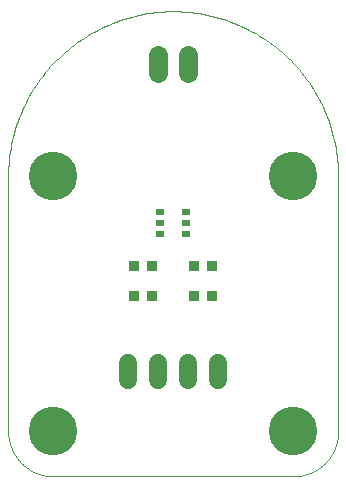
<source format=gts>
G75*
%MOIN*%
%OFA0B0*%
%FSLAX25Y25*%
%IPPOS*%
%LPD*%
%AMOC8*
5,1,8,0,0,1.08239X$1,22.5*
%
%ADD10C,0.06400*%
%ADD11R,0.02959X0.02093*%
%ADD12C,0.05943*%
%ADD13C,0.00000*%
%ADD14C,0.16211*%
%ADD15R,0.03550X0.03550*%
D10*
X0056800Y0153506D02*
X0056800Y0159506D01*
X0066800Y0159506D02*
X0066800Y0153506D01*
D11*
X0066170Y0107116D03*
X0066170Y0103376D03*
X0066170Y0099636D03*
X0057509Y0099636D03*
X0057509Y0103376D03*
X0057509Y0107116D03*
D12*
X0056800Y0056778D02*
X0056800Y0051234D01*
X0046800Y0051234D02*
X0046800Y0056778D01*
X0066800Y0056778D02*
X0066800Y0051234D01*
X0076800Y0051234D02*
X0076800Y0056778D01*
D13*
X0101800Y0019006D02*
X0021800Y0019006D01*
X0021438Y0019010D01*
X0021075Y0019024D01*
X0020713Y0019045D01*
X0020352Y0019076D01*
X0019992Y0019115D01*
X0019633Y0019163D01*
X0019275Y0019220D01*
X0018918Y0019285D01*
X0018563Y0019359D01*
X0018210Y0019442D01*
X0017859Y0019533D01*
X0017511Y0019632D01*
X0017165Y0019740D01*
X0016821Y0019856D01*
X0016481Y0019981D01*
X0016144Y0020113D01*
X0015810Y0020254D01*
X0015479Y0020403D01*
X0015152Y0020560D01*
X0014829Y0020724D01*
X0014510Y0020896D01*
X0014196Y0021076D01*
X0013885Y0021264D01*
X0013580Y0021459D01*
X0013279Y0021661D01*
X0012983Y0021871D01*
X0012693Y0022087D01*
X0012407Y0022311D01*
X0012127Y0022541D01*
X0011853Y0022778D01*
X0011585Y0023022D01*
X0011322Y0023272D01*
X0011066Y0023528D01*
X0010816Y0023791D01*
X0010572Y0024059D01*
X0010335Y0024333D01*
X0010105Y0024613D01*
X0009881Y0024899D01*
X0009665Y0025189D01*
X0009455Y0025485D01*
X0009253Y0025786D01*
X0009058Y0026091D01*
X0008870Y0026402D01*
X0008690Y0026716D01*
X0008518Y0027035D01*
X0008354Y0027358D01*
X0008197Y0027685D01*
X0008048Y0028016D01*
X0007907Y0028350D01*
X0007775Y0028687D01*
X0007650Y0029027D01*
X0007534Y0029371D01*
X0007426Y0029717D01*
X0007327Y0030065D01*
X0007236Y0030416D01*
X0007153Y0030769D01*
X0007079Y0031124D01*
X0007014Y0031481D01*
X0006957Y0031839D01*
X0006909Y0032198D01*
X0006870Y0032558D01*
X0006839Y0032919D01*
X0006818Y0033281D01*
X0006804Y0033644D01*
X0006800Y0034006D01*
X0006800Y0119006D01*
X0006816Y0120345D01*
X0006865Y0121684D01*
X0006947Y0123021D01*
X0007061Y0124355D01*
X0007207Y0125687D01*
X0007386Y0127014D01*
X0007597Y0128337D01*
X0007841Y0129654D01*
X0008116Y0130965D01*
X0008423Y0132268D01*
X0008762Y0133564D01*
X0009132Y0134851D01*
X0009533Y0136129D01*
X0009966Y0137397D01*
X0010429Y0138654D01*
X0010923Y0139899D01*
X0011447Y0141132D01*
X0012000Y0142351D01*
X0012584Y0143557D01*
X0013196Y0144748D01*
X0013837Y0145924D01*
X0014507Y0147084D01*
X0015205Y0148227D01*
X0015930Y0149353D01*
X0016683Y0150461D01*
X0017462Y0151551D01*
X0018268Y0152621D01*
X0019099Y0153671D01*
X0019956Y0154700D01*
X0020838Y0155709D01*
X0021743Y0156695D01*
X0022673Y0157659D01*
X0023626Y0158601D01*
X0024601Y0159519D01*
X0025599Y0160412D01*
X0026618Y0161282D01*
X0027658Y0162126D01*
X0028718Y0162944D01*
X0029798Y0163737D01*
X0030896Y0164503D01*
X0032014Y0165242D01*
X0033148Y0165954D01*
X0034300Y0166637D01*
X0035468Y0167293D01*
X0036652Y0167920D01*
X0037850Y0168518D01*
X0039063Y0169086D01*
X0040289Y0169625D01*
X0041528Y0170134D01*
X0042779Y0170612D01*
X0044042Y0171060D01*
X0045314Y0171477D01*
X0046597Y0171863D01*
X0047889Y0172218D01*
X0049189Y0172541D01*
X0050496Y0172832D01*
X0051810Y0173091D01*
X0053130Y0173318D01*
X0054455Y0173513D01*
X0055785Y0173676D01*
X0057118Y0173806D01*
X0058453Y0173904D01*
X0059791Y0173969D01*
X0061130Y0174002D01*
X0062470Y0174002D01*
X0063809Y0173969D01*
X0065147Y0173904D01*
X0066482Y0173806D01*
X0067815Y0173676D01*
X0069145Y0173513D01*
X0070470Y0173318D01*
X0071790Y0173091D01*
X0073104Y0172832D01*
X0074411Y0172541D01*
X0075711Y0172218D01*
X0077003Y0171863D01*
X0078286Y0171477D01*
X0079558Y0171060D01*
X0080821Y0170612D01*
X0082072Y0170134D01*
X0083311Y0169625D01*
X0084537Y0169086D01*
X0085750Y0168518D01*
X0086948Y0167920D01*
X0088132Y0167293D01*
X0089300Y0166637D01*
X0090452Y0165954D01*
X0091586Y0165242D01*
X0092704Y0164503D01*
X0093802Y0163737D01*
X0094882Y0162944D01*
X0095942Y0162126D01*
X0096982Y0161282D01*
X0098001Y0160412D01*
X0098999Y0159519D01*
X0099974Y0158601D01*
X0100927Y0157659D01*
X0101857Y0156695D01*
X0102762Y0155709D01*
X0103644Y0154700D01*
X0104501Y0153671D01*
X0105332Y0152621D01*
X0106138Y0151551D01*
X0106917Y0150461D01*
X0107670Y0149353D01*
X0108395Y0148227D01*
X0109093Y0147084D01*
X0109763Y0145924D01*
X0110404Y0144748D01*
X0111016Y0143557D01*
X0111600Y0142351D01*
X0112153Y0141132D01*
X0112677Y0139899D01*
X0113171Y0138654D01*
X0113634Y0137397D01*
X0114067Y0136129D01*
X0114468Y0134851D01*
X0114838Y0133564D01*
X0115177Y0132268D01*
X0115484Y0130965D01*
X0115759Y0129654D01*
X0116003Y0128337D01*
X0116214Y0127014D01*
X0116393Y0125687D01*
X0116539Y0124355D01*
X0116653Y0123021D01*
X0116735Y0121684D01*
X0116784Y0120345D01*
X0116800Y0119006D01*
X0116800Y0034006D01*
X0116796Y0033644D01*
X0116782Y0033281D01*
X0116761Y0032919D01*
X0116730Y0032558D01*
X0116691Y0032198D01*
X0116643Y0031839D01*
X0116586Y0031481D01*
X0116521Y0031124D01*
X0116447Y0030769D01*
X0116364Y0030416D01*
X0116273Y0030065D01*
X0116174Y0029717D01*
X0116066Y0029371D01*
X0115950Y0029027D01*
X0115825Y0028687D01*
X0115693Y0028350D01*
X0115552Y0028016D01*
X0115403Y0027685D01*
X0115246Y0027358D01*
X0115082Y0027035D01*
X0114910Y0026716D01*
X0114730Y0026402D01*
X0114542Y0026091D01*
X0114347Y0025786D01*
X0114145Y0025485D01*
X0113935Y0025189D01*
X0113719Y0024899D01*
X0113495Y0024613D01*
X0113265Y0024333D01*
X0113028Y0024059D01*
X0112784Y0023791D01*
X0112534Y0023528D01*
X0112278Y0023272D01*
X0112015Y0023022D01*
X0111747Y0022778D01*
X0111473Y0022541D01*
X0111193Y0022311D01*
X0110907Y0022087D01*
X0110617Y0021871D01*
X0110321Y0021661D01*
X0110020Y0021459D01*
X0109715Y0021264D01*
X0109404Y0021076D01*
X0109090Y0020896D01*
X0108771Y0020724D01*
X0108448Y0020560D01*
X0108121Y0020403D01*
X0107790Y0020254D01*
X0107456Y0020113D01*
X0107119Y0019981D01*
X0106779Y0019856D01*
X0106435Y0019740D01*
X0106089Y0019632D01*
X0105741Y0019533D01*
X0105390Y0019442D01*
X0105037Y0019359D01*
X0104682Y0019285D01*
X0104325Y0019220D01*
X0103967Y0019163D01*
X0103608Y0019115D01*
X0103248Y0019076D01*
X0102887Y0019045D01*
X0102525Y0019024D01*
X0102162Y0019010D01*
X0101800Y0019006D01*
D14*
X0101800Y0034006D03*
X0101800Y0119006D03*
X0021800Y0119006D03*
X0021800Y0034006D03*
D15*
X0048847Y0079006D03*
X0054753Y0079006D03*
X0054753Y0089006D03*
X0048847Y0089006D03*
X0068847Y0089006D03*
X0074753Y0089006D03*
X0074753Y0079006D03*
X0068847Y0079006D03*
M02*

</source>
